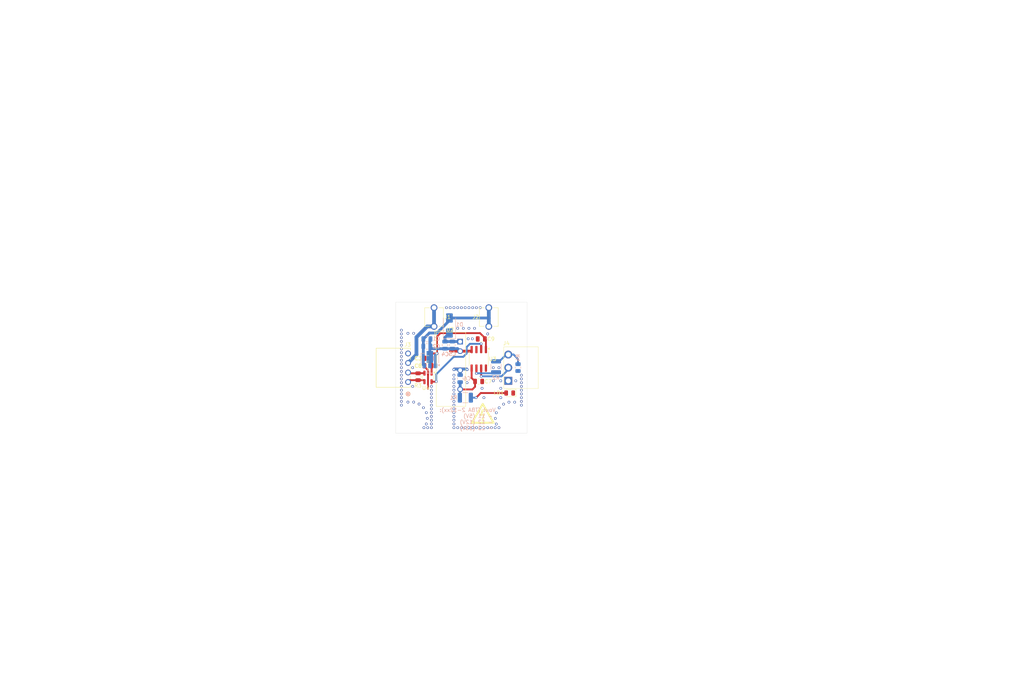
<source format=kicad_pcb>
(kicad_pcb (version 20240108) (generator "pcbnew") (generator_version "8.0")
  (title_block (title "Universal isolated gate driver") (date "2025-01-26") (rev "3") (comment 2 "PCB") (comment 3 "In work") (comment 4 "EN"))
  (layers (0 "F.Cu" signal) (31 "B.Cu" power) (34 "B.Paste" user) (35 "F.Paste" user) (36 "B.SilkS" user "B.Silkscreen") (37 "F.SilkS" user "F.Silkscreen") (38 "B.Mask" user) (39 "F.Mask" user) (44 "Edge.Cuts" user))
  (net 0 "")
  (net 1 "+12V")
  (net 2 "GND")
  (net 3 "/15V_ISO")
  (net 4 "GNDD")
  (net 5 "+3V3")
  (net 6 "/Clamp")
  (net 7 "/Out")
  (net 8 "/OutLim")
  (net 9 "/en_led_k")
  (net 10 "/Sig+")
  (net 11 "/Sig-")
  (net 12 "/GD_in")
  (net 13 "/pwr_in")
  (net 14 "/DCDC_12V")
  (footprint "LED_SMD:LED_0805_2012Metric" (layer "F.Cu") (at 147.87 116.76 180)
    (property "Reference" "LD1" (at 2.91 0.01 0) (layer "F.SilkS"))
    (property "Value" "LED" (hide yes))
    (fp_line (start 1 -0.96) (end -1.685 -0.96) (stroke (width 0.12)) (layer "F.SilkS"))
    (fp_line (start -1.685 0.96) (end 1 0.96) (stroke (width 0.12)) (layer "F.SilkS"))
    (fp_line (start -1.685 -0.96) (end -1.685 0.96) (stroke (width 0.12)) (layer "F.SilkS"))
    (pad "1" smd roundrect (at -0.9375 0 180) (size 0.975 1.4) (layers "F.Cu" "F.Paste" "F.Mask") (net 2 "GND"))
    (pad "2" smd roundrect (at 0.9375 0 180) (size 0.975 1.4) (layers "F.Cu" "F.Paste" "F.Mask") (net 9 "/en_led_k"))
  )
  (footprint "MountingHole:MountingHole_3.2mm_M3" (layer "F.Cu") (at 148.5 123.5)
    (property "Reference" "H3" (hide yes))
    (property "Value" "M3" (hide yes))
    (pad "" np_thru_hole circle (at 0 0) (size 3.2 3.2) (drill 3.2) (layers "*.Cu" "*.Mask"))
  )
  (footprint "Package_TO_SOT_SMD:SOT-23-5" (layer "F.Cu") (at 126.09 112.605 -90)
    (property "Reference" "U4" (at 2.795 0.59 0) (layer "F.SilkS"))
    (property "Value" "DS90LT012A" (hide yes))
    (fp_line (start 0 1.56) (end -0.8 1.56) (stroke (width 0.12)) (layer "F.SilkS"))
    (fp_line (start 0 1.56) (end 0.8 1.56) (stroke (width 0.12)) (layer "F.SilkS"))
    (fp_line (start 0 -1.56) (end -0.8 -1.56) (stroke (width 0.12)) (layer "F.SilkS"))
    (fp_line (start 0 -1.56) (end 0.8 -1.56) (stroke (width 0.12)) (layer "F.SilkS"))
    (fp_poly (pts (xy -1.3 -1.51) (xy -1.54 -1.84) (xy -1.06 -1.84) (xy -1.3 -1.51)) (stroke (width 0.12)) (fill solid) (layer "F.SilkS"))
    (pad "1" smd roundrect (at -1.1375 -0.95 270) (size 1.325 0.6) (layers "F.Cu" "F.Paste" "F.Mask") (net 5 "+3V3"))
    (pad "2" smd roundrect (at -1.1375 0 270) (size 1.325 0.6) (layers "F.Cu" "F.Paste" "F.Mask") (net 4 "GNDD"))
    (pad "3" smd roundrect (at -1.1375 0.95 270) (size 1.325 0.6) (layers "F.Cu" "F.Paste" "F.Mask") (net 10 "/Sig+"))
    (pad "4" smd roundrect (at 1.1375 0.95 270) (size 1.325 0.6) (layers "F.Cu" "F.Paste" "F.Mask") (net 11 "/Sig-"))
    (pad "5" smd roundrect (at 1.1375 -0.95 270) (size 1.325 0.6) (layers "F.Cu" "F.Paste" "F.Mask") (net 12 "/GD_in"))
  )
  (footprint "Capacitor_SMD:C_0805_2012Metric" (layer "F.Cu") (at 139.59 113.67 180)
    (property "Reference" "C7" (at -2.55 0.01 180) (layer "F.SilkS"))
    (property "Value" "100n" (hide yes))
    (fp_line (start -0.261252 0.735) (end 0.261252 0.735) (stroke (width 0.12)) (layer "F.SilkS"))
    (fp_line (start -0.261252 -0.735) (end 0.261252 -0.735) (stroke (width 0.12)) (layer "F.SilkS"))
    (pad "1" smd roundrect (at -0.95 0 180) (size 1 1.45) (layers "F.Cu" "F.Paste" "F.Mask") (net 2 "GND"))
    (pad "2" smd roundrect (at 0.95 0 180) (size 1 1.45) (layers "F.Cu" "F.Paste" "F.Mask") (net 3 "/15V_ISO"))
  )
  (footprint "Package_SO:SOIC-8_3.9x4.9mm_P1.27mm" (layer "F.Cu") (at 139.63 107.64 -90)
    (property "Reference" "U3" (at 0.04 -3.68 180) (layer "F.SilkS"))
    (property "Value" "STGAP2SCMTR" (hide yes))
    (fp_line (start 0 2.56) (end -1.95 2.56) (stroke (width 0.12)) (layer "F.SilkS"))
    (fp_line (start 0 2.56) (end 1.95 2.56) (stroke (width 0.12)) (layer "F.SilkS"))
    (fp_line (start 0 -2.56) (end -1.95 -2.56) (stroke (width 0.12)) (layer "F.SilkS"))
    (fp_line (start 0 -2.56) (end 1.95 -2.56) (stroke (width 0.12)) (layer "F.SilkS"))
    (fp_poly (pts (xy -2.7 -2.465) (xy -2.94 -2.795) (xy -2.46 -2.795) (xy -2.7 -2.465)) (stroke (width 0.12)) (fill solid) (layer "F.SilkS"))
    (pad "1" smd roundrect (at -2.475 -1.905 270) (size 1.95 0.6) (layers "F.Cu" "F.Paste" "F.Mask") (net 5 "+3V3"))
    (pad "2" smd roundrect (at -2.475 -0.635 270) (size 1.95 0.6) (layers "F.Cu" "F.Paste" "F.Mask") (net 12 "/GD_in"))
    (pad "3" smd roundrect (at -2.475 0.635 270) (size 1.95 0.6) (layers "F.Cu" "F.Paste" "F.Mask") (net 4 "GNDD"))
    (pad "4" smd roundrect (at -2.475 1.905 270) (size 1.95 0.6) (layers "F.Cu" "F.Paste" "F.Mask") (net 4 "GNDD"))
    (pad "5" smd roundrect (at 2.475 1.905 270) (size 1.95 0.6) (layers "F.Cu" "F.Paste" "F.Mask") (net 3 "/15V_ISO"))
    (pad "6" smd roundrect (at 2.475 0.635 270) (size 1.95 0.6) (layers "F.Cu" "F.Paste" "F.Mask") (net 7 "/Out"))
    (pad "7" smd roundrect (at 2.475 -0.635 270) (size 1.95 0.6) (layers "F.Cu" "F.Paste" "F.Mask") (net 6 "/Clamp"))
    (pad "8" smd roundrect (at 2.475 -1.905 270) (size 1.95 0.6) (layers "F.Cu" "F.Paste" "F.Mask") (net 2 "GND"))
  )
  (footprint "MountingHole:MountingHole_3.2mm_M3" (layer "F.Cu") (at 148.5 96.5)
    (property "Reference" "H2" (hide yes))
    (property "Value" "M3" (hide yes))
    (pad "" np_thru_hole circle (at 0 0) (size 3.2 3.2) (drill 3.2) (layers "*.Cu" "*.Mask"))
  )
  (footprint "MountingHole:MountingHole_3.2mm_M3" (layer "F.Cu") (at 121.5 96.5)
    (property "Reference" "H1" (hide yes))
    (property "Value" "M3" (hide yes))
    (pad "" np_thru_hole circle (at 0 0) (size 3.2 3.2) (drill 3.2) (layers "*.Cu" "*.Mask"))
  )
  (footprint "Capacitor_SMD:C_0805_2012Metric" (layer "F.Cu") (at 140.3 102.34 180)
    (property "Reference" "C9" (at -2.57 -0.01 180) (layer "F.SilkS"))
    (property "Value" "100n" (hide yes))
    (fp_line (start -0.261252 0.735) (end 0.261252 0.735) (stroke (width 0.12)) (layer "F.SilkS"))
    (fp_line (start -0.261252 -0.735) (end 0.261252 -0.735) (stroke (width 0.12)) (layer "F.SilkS"))
    (pad "1" smd roundrect (at -0.95 0 180) (size 1 1.45) (layers "F.Cu" "F.Paste" "F.Mask") (net 5 "+3V3"))
    (pad "2" smd roundrect (at 0.95 0 180) (size 1 1.45) (layers "F.Cu" "F.Paste" "F.Mask") (net 4 "GNDD"))
  )
  (footprint "ProjectLib:FUSE_3621" (layer "F.Cu") (at 127.7 96.5 90)
    (property "Reference" "J1" (at 0 3.6 180) (layer "F.SilkS"))
    (property "Value" "Fuse holder 5mm" (hide yes))
    (fp_line (start 2.475 -2.5) (end 2.475 -1.22) (stroke (width 0.127)) (layer "F.SilkS"))
    (fp_line (start -2.475 -2.5) (end 2.475 -2.5) (stroke (width 0.127)) (layer "F.SilkS"))
    (fp_line (start -2.475 -2.5) (end -2.475 -1.22) (stroke (width 0.127)) (layer "F.SilkS"))
    (fp_line (start 2.475 1.22) (end 2.475 2.5) (stroke (width 0.127)) (layer "F.SilkS"))
    (fp_line (start -2.475 1.22) (end -2.475 2.5) (stroke (width 0.127)) (layer "F.SilkS"))
    (fp_line (start -2.475 2.5) (end 2.475 2.5) (stroke (width 0.127)) (layer "F.SilkS"))
    (pad "1" thru_hole circle (at -2.5 0 90) (size 1.785 1.785) (drill 1.19) (layers "*.Cu" "*.Mask") (net 13 "/pwr_in"))
    (pad "2" thru_hole circle (at 2.5 0 90) (size 1.785 1.785) (drill 1.19) (layers "*.Cu" "*.Mask") (net 13 "/pwr_in"))
  )
  (footprint "Converter_DCDC:Converter_DCDC_TRACO_TBA2-xxxx_Single_THT" (layer "F.Cu") (at 134.6597 103.0625)
    (property "Reference" "U2" (at -2.6597 -3.2499 180) (layer "F.SilkS"))
    (property "Value" "TBA2-1213" (hide yes))
    (fp_line (start -6.75 -2.9) (end -4.216667 -2.9) (stroke (width 0.12)) (layer "F.SilkS"))
    (fp_line (start -6.75 -0.366667) (end -6.75 -2.9) (stroke (width 0.12)) (layer "F.SilkS"))
    (fp_line (start -6.37 -2.52) (end -6.37 17.27) (stroke (width 0.12)) (layer "F.SilkS"))
    (fp_line (start -6.37 -2.52) (end 1.47 -2.52) (stroke (width 0.12)) (layer "F.SilkS"))
    (fp_line (start -6.37 17.27) (end 1.47 17.27) (stroke (width 0.12)) (layer "F.SilkS"))
    (fp_line (start 1.47 -2.52) (end 1.47 17.27) (stroke (width 0.12)) (layer "F.SilkS"))
    (pad "1" thru_hole rect (at 0 0) (size 1.5 1.5) (drill 1) (layers "*.Cu" "*.Mask") (net 14 "/DCDC_12V"))
    (pad "2" thru_hole circle (at 0 2.54) (size 1.5 1.5) (drill 1) (layers "*.Cu" "*.Mask") (net 4 "GNDD"))
    (pad "4" thru_hole circle (at 0 7.62) (size 1.5 1.5) (drill 1) (layers "*.Cu" "*.Mask") (net 2 "GND"))
    (pad "6" thru_hole circle (at 0 12.7) (size 1.5 1.5) (drill 1) (layers "*.Cu" "*.Mask") (net 3 "/15V_ISO"))
  )
  (footprint "ProjectLib:FUSE_3621" (layer "F.Cu") (at 142.3 96.5 90)
    (property "Reference" "J2" (at 0 -3.5 180) (layer "F.SilkS"))
    (property "Value" "Fuse holder 5mm" (hide yes))
    (fp_line (start 2.475 -2.5) (end 2.475 -1.22) (stroke (width 0.127)) (layer "F.SilkS"))
    (fp_line (start -2.475 -2.5) (end 2.475 -2.5) (stroke (width 0.127)) (layer "F.SilkS"))
    (fp_line (start -2.475 -2.5) (end -2.475 -1.22) (stroke (width 0.127)) (layer "F.SilkS"))
    (fp_line (start 2.475 1.22) (end 2.475 2.5) (stroke (width 0.127)) (layer "F.SilkS"))
    (fp_line (start -2.475 1.22) (end -2.475 2.5) (stroke (width 0.127)) (layer "F.SilkS"))
    (fp_line (start -2.475 2.5) (end 2.475 2.5) (stroke (width 0.127)) (layer "F.SilkS"))
    (pad "1" thru_hole circle (at -2.5 0 90) (size 1.785 1.785) (drill 1.19) (layers "*.Cu" "*.Mask") (net 1 "+12V"))
    (pad "2" thru_hole circle (at 2.5 0 90) (size 1.785 1.785) (drill 1.19) (layers "*.Cu" "*.Mask") (net 1 "+12V"))
  )
  (footprint "Resistor_SMD:R_0805_2012Metric" (layer "F.Cu") (at 123.44 112.4175 -90)
    (property "Reference" "R3" (at 2.3525 0.025 180) (layer "F.SilkS"))
    (property "Value" "100R" (hide yes))
    (fp_line (start -0.227064 0.735) (end 0.227064 0.735) (stroke (width 0.12)) (layer "F.SilkS"))
    (fp_line (start -0.227064 -0.735) (end 0.227064 -0.735) (stroke (width 0.12)) (layer "F.SilkS"))
    (pad "1" smd roundrect (at -0.9125 0 270) (size 1.025 1.4) (layers "F.Cu" "F.Paste" "F.Mask") (roundrect_rratio 0.243902) (net 10 "/Sig+"))
    (pad "2" smd roundrect (at 0.9125 0 270) (size 1.025 1.4) (layers "F.Cu" "F.Paste" "F.Mask") (roundrect_rratio 0.243902) (net 11 "/Sig-"))
  )
  (footprint "Capacitor_SMD:C_0805_2012Metric" (layer "F.Cu") (at 126.090988 107.515907 180)
    (property "Reference" "C3" (at 2.625988 0 180) (layer "F.SilkS") (effects (font (thickness 0.2) (bold yes))))
    (property "Value" "100n" (hide yes))
    (fp_line (start -0.261252 0.735) (end 0.261252 0.735) (stroke (width 0.12)) (layer "F.SilkS"))
    (fp_line (start -0.261252 -0.735) (end 0.261252 -0.735) (stroke (width 0.12)) (layer "F.SilkS"))
    (pad "1" smd roundrect (at -0.95 0 180) (size 1 1.45) (layers "F.Cu" "F.Paste" "F.Mask") (net 5 "+3V3"))
    (pad "2" smd roundrect (at 0.95 0 180) (size 1 1.45) (layers "F.Cu" "F.Paste" "F.Mask") (net 4 "GNDD"))
  )
  (footprint "ProjectLib:640457-4_TYC" (layer "F.Cu") (at 120.775 113.83 90)
    (property "Reference" "J3" (at 9.98 -0.1 0) (layer "F.SilkS"))
    (property "Value" "GD input" (hide yes))
    (fp_circle (center -3.175 0) (end -2.794 0) (stroke (width 0.508)) (fill none) (layer "B.SilkS"))
    (fp_line (start 9.017 -8.509) (end -1.397 -8.509) (stroke (width 0.1524)) (layer "F.SilkS"))
    (fp_line (start -1.397 -8.509) (end -1.397 0.635) (stroke (width 0.1524)) (layer "F.SilkS"))
    (fp_line (start 9.017 0.635) (end 9.017 -8.509) (stroke (width 0.1524)) (layer "F.SilkS"))
    (fp_line (start 8.511757 0.635) (end 9.017 0.635) (stroke (width 0.1524)) (layer "F.SilkS"))
    (fp_line (start 5.971757 0.635) (end 6.728243 0.635) (stroke (width 0.1524)) (layer "F.SilkS"))
    (fp_line (start 3.431757 0.635) (end 4.188243 0.635) (stroke (width 0.1524)) (layer "F.SilkS"))
    (fp_line (start 0.891757 0.635) (end 1.648243 0.635) (stroke (width 0.1524)) (layer "F.SilkS"))
    (fp_line (start -1.397 0.635) (end -0.891757 0.635) (stroke (width 0.1524)) (layer "F.SilkS"))
    (fp_circle (center -3.175 0) (end -2.794 0) (stroke (width 0.508)) (fill none) (layer "F.SilkS"))
    (pad "1" thru_hole circle (at 0 0 90) (size 1.524 1.524) (drill 1.016) (layers "*.Cu" "*.Mask") (net 11 "/Sig-"))
    (pad "2" thru_hole circle (at 2.54 0 90) (size 1.524 1.524) (drill 1.016) (layers "*.Cu" "*.Mask") (net 10 "/Sig+"))
    (pad "3" thru_hole circle (at 5.08 0 90) (size 1.524 1.524) (drill 1.016) (layers "*.Cu" "*.Mask") (net 13 "/pwr_in"))
    (pad "4" thru_hole circle (at 7.62 0 90) (size 1.524 1.524) (drill 1.016) (layers "*.Cu" "*.Mask") (net 4 "GNDD"))
  )
  (footprint "ProjectLib:TE 2350514-3" (layer "F.Cu") (at 147.7 110 180)
    (property "Reference" "J4" (at 0.7 6.5 0) (layer "F.SilkS"))
    (property "Value" "GateDriverOut" (hide yes))
    (fp_rect (start -7.8 -5.55) (end 1.4 5.55) (stroke (width 0.1)) (fill none) (layer "F.SilkS"))
    (pad "1" thru_hole rect (at 0.2 -3.5 180) (size 2.1 2.1) (drill 1.3) (layers "*.Cu" "*.Mask") (net 2 "GND"))
    (pad "2" thru_hole circle (at 0.2 0 180) (size 2.1 2.1) (drill 1.3) (layers "*.Cu" "*.Mask") (net 6 "/Clamp"))
    (pad "3" thru_hole circle (at 0.2 3.5 180) (size 2.1 2.1) (drill 1.3) (layers "*.Cu" "*.Mask") (net 8 "/OutLim"))
  )
  (footprint "MountingHole:MountingHole_3.2mm_M3" (layer "F.Cu") (at 121.5 123.5)
    (property "Reference" "H4" (hide yes))
    (property "Value" "M3" (hide yes))
    (pad "" np_thru_hole circle (at 0 0) (size 3.2 3.2) (drill 3.2) (layers "*.Cu" "*.Mask"))
  )
  (footprint "Capacitor_SMD:C_0805_2012Metric" (layer "F.Cu") (at 126.09 109.48 180)
    (property "Reference" "C8" (at 2.625 -0.04 180) (layer "F.SilkS") (effects (font (thickness 0.2) (bold yes))))
    (property "Value" "100n" (hide yes))
    (fp_line (start -0.261252 0.735) (end 0.261252 0.735) (stroke (width 0.12)) (layer "F.SilkS"))
    (fp_line (start -0.261252 -0.735) (end 0.261252 -0.735) (stroke (width 0.12)) (layer "F.SilkS"))
    (pad "1" smd roundrect (at -0.95 0 180) (size 1 1.45) (layers "F.Cu" "F.Paste" "F.Mask") (net 5 "+3V3"))
    (pad "2" smd roundrect (at 0.95 0 180) (size 1 1.45) (layers "F.Cu" "F.Paste" "F.Mask") (net 4 "GNDD"))
  )
  (footprint "Resistor_SMD:R_1210_3225Metric" (layer "B.Cu") (at 144.23 109.77 90)
    (property "Reference" "R2" (at -2.93 -0.03 180) (layer "B.SilkS") (effects (justify mirror)))
    (property "Value" "5R1" (hide yes))
    (fp_line (start 0.723737 -1.355) (end -0.723737 -1.355) (stroke (width 0.12)) (layer "B.SilkS"))
    (fp_line (start 0.723737 1.355) (end -0.723737 1.355) (stroke (width 0.12)) (layer "B.SilkS"))
    (pad "1" smd roundrect (at -1.4625 0 90) (size 1.125 2.65) (layers "B.Cu" "B.Paste" "B.Mask") (roundrect_rratio 0.222222) (net 7 "/Out"))
    (pad "2" smd roundrect (at 1.4625 0 90) (size 1.125 2.65) (layers "B.Cu" "B.Paste" "B.Mask") (roundrect_rratio 0.222222) (net 8 "/OutLim"))
  )
  (footprint "Capacitor_SMD:C_0805_2012Metric" (layer "B.Cu") (at 130.6278 103.9886 -90)
    (property "Reference" "C4" (at 2.41 -0.03 180) (layer "B.SilkS") (effects (font (thickness 0.2) (bold yes)) (justify mirror)))
    (property "Value" "22u 25V" (hide yes))
    (fp_line (start 0.261252 0.735) (end -0.261252 0.735) (stroke (width 0.12)) (layer "B.SilkS"))
    (fp_line (start 0.261252 -0.735) (end -0.261252 -0.735) (stroke (width 0.12)) (layer "B.SilkS"))
    (pad "1" smd roundrect (at -0.95 0 270) (size 1 1.45) (layers "B.Cu" "B.Paste" "B.Mask") (net 14 "/DCDC_12V"))
    (pad "2" smd roundrect (at 0.95 0 270) (size 1 1.45) (layers "B.Cu" "B.Paste" "B.Mask") (net 4 "GNDD"))
  )
  (footprint "Resistor_SMD:R_0805_2012Metric" (layer "B.Cu") (at 150.09 109.97 -90)
    (property "Reference" "R4" (at -2.63 0 90) (layer "B.SilkS") (effects (justify mirror)))
    (property "Value" "10k" (hide yes))
    (fp_line (start 0.227064 0.735) (end -0.227064 0.735) (stroke (width 0.12)) (layer "B.SilkS"))
    (fp_line (start 0.227064 -0.735) (end -0.227064 -0.735) (stroke (width 0.12)) (layer "B.SilkS"))
    (pad "1" smd roundrect (at -0.9125 0 270) (size 1.025 1.4) (layers "B.Cu" "B.Paste" "B.Mask") (roundrect_rratio 0.243902) (net 8 "/OutLim"))
    (pad "2" smd roundrect (at 0.9125 0 270) (size 1.025 1.4) (layers "B.Cu" "B.Paste" "B.Mask") (roundrect_rratio 0.243902) (net 2 "GND"))
  )
  (footprint "Capacitor_SMD:C_0805_2012Metric" (layer "B.Cu") (at 134.66 112.9 90)
    (property "Reference" "C6" (at 0 1.84 180) (layer "B.SilkS") (effects (justify mirror)))
    (property "Value" "22u 25V" (hide yes))
    (fp_line (start 0.261252 -0.735) (end -0.261252 -0.735) (stroke (width 0.12)) (layer "B.SilkS"))
    (fp_line (start 0.261252 0.735) (end -0.261252 0.735) (stroke (width 0.12)) (layer "B.SilkS"))
    (pad "1" smd roundrect (at -0.95 0 90) (size 1 1.45) (layers "B.Cu" "B.Paste" "B.Mask") (net 3 "/15V_ISO"))
    (pad "2" smd roundrect (at 0.95 0 90) (size 1 1.45) (layers "B.Cu" "B.Paste" "B.Mask") (net 2 "GND"))
  )
  (footprint "Diode_SMD:D_SMA" (layer "B.Cu") (at 131.8 98.75 90)
    (property "Reference" "D1" (at 0.25 2.7 180) (layer "B.SilkS") (effects (justify mirror)))
    (property "Value" "600V 1A" (hide yes))
    (fp_line (start 2 -1.65) (end -3.51 -1.65) (stroke (width 0.12)) (layer "B.SilkS"))
    (fp_line (start -3.51 -1.65) (end -3.51 1.65) (stroke (width 0.12)) (layer "B.SilkS"))
    (fp_line (start 2 1.65) (end -3.51 1.65) (stroke (width 0.12)) (layer "B.SilkS"))
    (pad "1" smd roundrect (at -2 0 90) (size 2.5 1.8) (layers "B.Cu" "B.Paste" "B.Mask") (roundrect_rratio 0.1388888889) (net 14 "/DCDC_12V"))
    (pad "2" smd roundrect (at 2 0 90) (size 2.5 1.8) (layers "B.Cu" "B.Paste" "B.Mask") (roundrect_rratio 0.1388888889) (net 1 "+12V"))
  )
  (footprint "Capacitor_SMD:C_0805_2012Metric" (layer "B.Cu") (at 125.79 104.32)
    (property "Reference" "C2" (at 2.55 0.01 0) (layer "B.SilkS") (effects (justify mirror)))
    (property "Value" "100n" (hide yes))
    (fp_line (start 0.261252 -0.735) (end -0.261252 -0.735) (stroke (width 0.12)) (layer "B.SilkS"))
    (fp_line (start 0.261252 0.735) (end -0.261252 0.735) (stroke (width 0.12)) (layer "B.SilkS"))
    (pad "1" smd roundrect (at -0.95 0) (size 1 1.45) (layers "B.Cu" "B.Paste" "B.Mask") (net 1 "+12V"))
    (pad "2" smd roundrect (at 0.95 0) (size 1 1.45) (layers "B.Cu" "B.Paste" "B.Mask") (net 4 "GNDD"))
  )
  (footprint "Capacitor_SMD:C_0805_2012Metric" (layer "B.Cu") (at 132.58 103.98 90)
    (property "Reference" "C5" (at -2.3622 0 180) (layer "B.SilkS") (effects (font (thickness 0.2) (bold yes)) (justify mirror)))
    (property "Value" "100n" (hide yes))
    (fp_line (start 0.261252 -0.735) (end -0.261252 -0.735) (stroke (width 0.12)) (layer "B.SilkS"))
    (fp_line (start 0.261252 0.735) (end -0.261252 0.735) (stroke (width 0.12)) (layer "B.SilkS"))
    (pad "1" smd roundrect (at -0.95 0 90) (size 1 1.45) (layers "B.Cu" "B.Paste" "B.Mask") (net 4 "GNDD"))
    (pad "2" smd roundrect (at 0.95 0 90) (size 1 1.45) (layers "B.Cu" "B.Paste" "B.Mask") (net 14 "/DCDC_12V"))
  )
  (footprint "Capacitor_SMD:C_0805_2012Metric" (layer "B.Cu") (at 125.8 102.36)
    (property "Reference" "C1" (at 2.55 -0.1 0) (layer "B.SilkS") (effects (justify mirror)))
    (property "Value" "22u 25V" (hide yes))
    (fp_line (start 0.261252 -0.735) (end -0.261252 -0.735) (stroke (width 0.12)) (layer "B.SilkS"))
    (fp_line (start 0.261252 0.735) (end -0.261252 0.735) (stroke (width 0.12)) (layer "B.SilkS"))
    (pad "1" smd roundrect (at -0.95 0) (size 1 1.45) (layers "B.Cu" "B.Paste" "B.Mask") (net 1 "+12V"))
    (pad "2" smd roundrect (at 0.95 0) (size 1 1.45) (layers "B.Cu" "B.Paste" "B.Mask") (net 4 "GNDD"))
  )
  (footprint "Resistor_SMD:R_1210_3225Metric" (layer "B.Cu") (at 136.05 118 180)
    (property "Reference" "R1" (at 3.15 0 0) (layer "B.SilkS") (effects (justify mirror)))
    (property "Value" "1k")
    (fp_line (start 0.723737 1.355) (end -0.723737 1.355) (stroke (width 0.12)) (layer "B.SilkS"))
    (fp_line (start 0.723737 -1.355) (end -0.723737 -1.355) (stroke (width 0.12)) (layer "B.SilkS"))
    (pad "1" smd roundrect (at -1.4625 0 180) (size 1.125 2.65) (layers "B.Cu" "B.Paste" "B.Mask") (roundrect_rratio 0.222222) (net 9 "/en_led_k"))
    (pad "2" smd roundrect (at 1.4625 0 180) (size 1.125 2.65) (layers "B.Cu" "B.Paste" "B.Mask") (roundrect_rratio 0.222222) (net 3 "/15V_ISO"))
  )
  (footprint "Package_TO_SOT_SMD:SOT-89-3" (layer "B.Cu") (at 126.5925 107.55 90)
    (property "Reference" "U1" (at -3.48 -0.0325 0) (layer "B.SilkS") (effects (justify mirror)))
    (property "Value" "L78L33_SOT89" (hide yes))
    (fp_line (start 1.36 -2.36) (end 1.36 -1.38) (stroke (width 0.12)) (layer "B.SilkS"))
    (fp_line (start -1.36 -2.36) (end 1.36 -2.36) (stroke (width 0.12)) (layer "B.SilkS"))
    (fp_line (start 1.36 2.36) (end 1.36 1.38) (stroke (width 0.12)) (layer "B.SilkS"))
    (fp_line (start 1.36 2.36) (end -1.22 2.36) (stroke (width 0.12)) (layer "B.SilkS"))
    (fp_poly (pts (xy -1.77 2.21) (xy -2.01 2.54) (xy -1.53 2.54) (xy -1.77 2.21)) (stroke (width 0.12)) (fill solid) (layer "B.SilkS"))
    (pad "1" smd roundrect (at -1.95 1.5 90) (size 1.3 0.9) (layers "B.Cu" "B.Paste" "B.Mask") (net 5 "+3V3"))
    (pad "2" smd custom (at -1.8625 0 90) (size 1.475 0.9) (layers "B.Cu" "B.Paste" "B.Mask") (net 4 "GNDD") (options (clearance outline) (anchor rect)) (primitives (gr_poly (pts (xy 3.8625 -0.8665) (xy 0.7375 -0.8665) (xy 0.7375 0.8665) (xy 3.8625 0.8665)) (width 0) (fill yes))))
    (pad "3" smd roundrect (at -1.95 -1.5 90) (size 1.3 0.9) (layers "B.Cu" "B.Paste" "B.Mask") (net 1 "+12V"))
  )
  (gr_poly (pts (xy 140.5 122.5) (xy 141.262 122.119) (xy 140.8175 123.706473) (xy 141.073029 123.591671) (xy 140.5635 124.3415) (xy 140.373 123.4525) (xy 140.5635 123.643) (xy 140.754 122.627) (xy 139.9285 123.008) (xy 140.4365 121.1665) (xy 141.008 121.1665)) (stroke (width -0.000001)) (fill solid) (layer "F.SilkS"))
  (gr_poly (pts (xy 140.721031 119.426705) (xy 140.73636 119.428128) (xy 140.751584 119.43056) (xy 140.766658 119.434029) (xy 140.781537 119.438564) (xy 140.788889 119.44124) (xy 140.796175 119.444194) (xy 140.803389 119.447429) (xy 140.810526 119.450948) (xy 140.81758 119.454755) (xy 140.824546 119.458854) (xy 140.831417 119.463249) (xy 140.838188 119.467942) (xy 140.844853 119.472938) (xy 140.851407 119.47824) (xy 140.857844 119.483852) (xy 140.864159 119.489777) (xy 140.870345 119.496019) (xy 140.876397 119.502582) (xy 140.882309 119.509468) (xy 140.888076 119.516683) (xy 140.893691 119.524229) (xy 140.89915 119.532109) (xy 140.904447 119.540329) (xy 140.909575 119.54889) (xy 143.802529 124.559516) (xy 143.802561 124.559532) (xy 143.802577 124.55954) (xy 143.802593 124.559548) (xy 143.810971 124.575305) (xy 143.818096 124.5913) (xy 143.823997 124.607484) (xy 143.828699 124.62381) (xy 143.832229 124.640229) (xy 143.834615 124.656692) (xy 143.835883 124.673151) (xy 143.836061 124.689558) (xy 143.835175 124.705864) (xy 143.833252 124.722021) (xy 143.830319 124.737981) (xy 143.826404 124.753694) (xy 143.821533 124.769113) (xy 143.815733 124.784189) (xy 143.80903 124.798874) (xy 143.801453 124.813119) (xy 143.793028 124.826877) (xy 143.783781 124.840098) (xy 143.77374 124.852733) (xy 143.762932 124.864736) (xy 143.751384 124.876057) (xy 143.739122 124.886648) (xy 143.726173 124.89646) (xy 143.712566 124.905445) (xy 143.698325 124.913556) (xy 143.683479 124.920742) (xy 143.668055 124.926956) (xy 143.652079 124.932149) (xy 143.635577 124.936274) (xy 143.618579 124.939281) (xy 143.601109 124.941122) (xy 143.583195 124.94175) (xy 137.797287 124.94175) (xy 137.779378 124.941126) (xy 137.761913 124.939288) (xy 137.744919 124.936283) (xy 137.728421 124.932161) (xy 137.712448 124.926969) (xy 137.697026 124.920757) (xy 137.682182 124.913571) (xy 137.667943 124.905462) (xy 137.654337 124.896477) (xy 137.641389 124.886665) (xy 137.629128 124.876074) (xy 137.61758 124.864753) (xy 137.606773 124.85275) (xy 137.596732 124.840113) (xy 137.587485 124.826891) (xy 137.57906 124.813133) (xy 137.571483 124.798886) (xy 137.564781 124.7842) (xy 137.558981 124.769123) (xy 137.55411 124.753702) (xy 137.550195 124.737988) (xy 137.547263 124.722027) (xy 137.545341 124.705869) (xy 137.544457 124.689562) (xy 137.544636 124.673154) (xy 137.545906 124.656693) (xy 137.548295 124.640229) (xy 137.551828 124.62381) (xy 137.556534 124.607484) (xy 137.562438 124.591299) (xy 137.569569 124.575304) (xy 137.577952 124.559548) (xy 137.650623 124.43368) (xy 138.237336 124.43368) (xy 143.143241 124.43368) (xy 140.690288 120.185107) (xy 138.237336 124.43368) (xy 137.650623 124.43368) (xy 140.470906 119.548869) (xy 140.481332 119.532092) (xy 140.492408 119.51667) (xy 140.50409 119.502573) (xy 140.516331 119.489773) (xy 140.529086 119.478241) (xy 140.542309 119.467948) (xy 140.555954 119.458864) (xy 140.569977 119.450961) (xy 140.584331 119.44421) (xy 140.59897 119.438582) (xy 140.613849 119.434047) (xy 140.628922 119.430578) (xy 140.644143 119.428144) (xy 140.659467 119.426718) (xy 140.674848 119.426269) (xy 140.690241 119.426769) (xy 140.705643 119.426262)) (stroke (width -0.000001)) (fill solid) (layer "F.SilkS"))
  (gr_rect (start 117.5 92.5) (end 152.5 127.5) (stroke (width 0.05)) (fill none) (layer "Edge.Cuts"))
  (gr_text "Vout (TBA 2-12xx):\n - 11 (5V)\n - 12 (12V)\n - 13 (15V)" (at 144.2 126.7 0) (layer "B.SilkS") (effects (font (size 1 1)) (justify left bottom mirror)))
  (segment (start 124.84 109.2475) (end 125.0925 109.5) (width 0.75) (layer "B.Cu") (net 1))
  (segment (start 142.3 96.8) (end 142.3 98.7) (width 1) (layer "B.Cu") (net 1))
  (segment (start 124.85 102.36) (end 124.85 104.31) (width 0.75) (layer "B.Cu") (net 1))
  (segment (start 131.8 96.75) (end 142.25 96.75) (width 0.75) (layer "B.Cu") (net 1))
  (segment (start 142.3 93.7) (end 142.3 96.8) (width 1) (layer "B.Cu") (net 1))
  (segment (start 124.84 104.32) (end 124.84 109.2475) (width 0.75) (layer "B.Cu") (net 1))
  (segment (start 124.85 104.31) (end 124.84 104.32) (width 0.75) (layer "B.Cu") (net 1))
  (segment (start 131.8 97.42) (end 128.47 100.75) (width 0.75) (layer "B.Cu") (net 1))
  (segment (start 131.8 97.37) (end 131.8 96.75) (width 0.75) (layer "B.Cu") (net 1))
  (segment (start 131.8 96.75) (end 131.8 97.42) (width 0.75) (layer "B.Cu") (net 1))
  (segment (start 126.46 100.75) (end 124.85 102.36) (width 0.75) (layer "B.Cu") (net 1))
  (segment (start 142.25 96.75) (end 142.3 96.8) (width 0.75) (layer "B.Cu") (net 1))
  (segment (start 128.47 100.75) (end 126.46 100.75) (width 0.75) (layer "B.Cu") (net 1))
  (segment (start 133.1301 110.3699) (end 133 110.5) (width 0.75) (layer "F.Cu") (net 2))
  (segment (start 136.3699 110.3699) (end 133.1301 110.3699) (width 0.75) (layer "F.Cu") (net 2))
  (segment (start 136.5 110.5) (end 136.3699 110.3699) (width 0.75) (layer "F.Cu") (net 2))
  (via (at 133 116) (size 0.7) (drill 0.4) (layers "F.Cu" "B.Cu") (net 2))
  (via (at 145 126) (size 0.7) (drill 0.4) (layers "F.Cu" "B.Cu") (net 2))
  (via (at 139 126) (size 0.7) (drill 0.4) (layers "F.Cu" "B.Cu") (net 2))
  (via (at 147.671896 119.2) (size 0.7) (drill 0.4) (layers "F.Cu" "B.Cu") (net 2))
  (via (at 136.5 110.5) (size 0.7) (drill 0.4) (layers "F.Cu" "B.Cu") (net 2))
  (via (at 145.065352 120.704889) (size 0.7) (drill 0.4) (layers "F.Cu" "B.Cu") (net 2))
  (via (at 133 121) (size 0.7) (drill 0.4) (layers "F.Cu" "B.Cu") (net 2))
  (via (at 140.5 115.5) (size 0.7) (drill 0.4) (layers "F.Cu" "B.Cu") (net 2))
  (via (at 149.5 113.5) (size 0.7) (drill 0.4) (layers "F.Cu" "B.Cu") (net 2))
  (via (at 141 118) (size 0.7) (drill 0.4) (layers "F.Cu" "B.Cu") (net 2))
  (via (at 133 125) (size 0.7) (drill 0.4) (layers "F.Cu" "B.Cu") (net 2))
  (via (at 146.235948 119.722642) (size 0.7) (drill 0.4) (layers "F.Cu" "B.Cu") (net 2))
  (via (at 141 126) (size 0.7) (drill 0.4) (layers "F.Cu" "B.Cu") (net 2))
  (via (at 133 120) (size 0.7) (drill 0.4) (layers "F.Cu" "B.Cu") (net 2))
  (via (at 151 117) (size 0.7) (drill 0.4) (layers "F.Cu" "B.Cu") (net 2))
  (via (at 151 120) (size 0.7) (drill 0.4) (layers "F.Cu" "B.Cu") (net 2))
  (via (at 133 115) (size 0.7) (drill 0.4) (layers "F.Cu" "B.Cu") (net 2))
  (via (at 133 123) (size 0.7) (drill 0.4) (layers "F.Cu" "B.Cu") (net 2))
  (via (at 136 126) (size 0.7) (drill 0.4) (layers "F.Cu" "B.Cu") (net 2))
  (via (at 144 126) (size 0.7) (drill 0.4) (layers "F.Cu" "B.Cu") (net 2))
  (via (at 151 114) (size 0.7) (drill 0.4) (layers "F.Cu" "B.Cu") (net 2))
  (via (at 133 124) (size 0.7) (drill 0.4) (layers "F.Cu" "B.Cu") (net 2))
  (via (at 151 116) (size 0.7) (drill 0.4) (layers "F.Cu" "B.Cu") (net 2))
  (via (at 143.5 113.5) (size 0.7) (drill 0.4) (layers "F.Cu" "B.Cu") (net 2))
  (via (at 133 117) (size 0.7) (drill 0.4) (layers "F.Cu" "B.Cu") (net 2))
  (via (at 145.5 113.5) (size 0.7) (drill 0.4) (layers "F.Cu" "B.Cu") (net 2))
  (via (at 137 126) (size 0.7) (drill 0.4) (layers "F.Cu" "B.Cu") (net 2))
  (via (at 143.5 110) (size 0.7) (drill 0.4) (layers "F.Cu" "B.Cu") (net 2))
  (via (at 144.035948 123.533154) (size 0.7) (drill 0.4) (layers "F.Cu" "B.Cu") (net 2))
  (via (at 151 119) (size 0.7) (drill 0.4) (layers "F.Cu" "B.Cu") (net 2))
  (via (at 133 118) (size 0.7) (drill 0.4) (layers "F.Cu" "B.Cu") (net 2))
  (via (at 140 126) (size 0.7) (drill 0.4) (layers "F.Cu" "B.Cu") (net 2))
  (via (at 133 112) (size 0.7) (drill 0.4) (layers "F.Cu" "B.Cu") (net 2))
  (via (at 144.3013 122.028265) (size 0.7) (drill 0.4) (layers "F.Cu" "B.Cu") (net 2))
  (via (at 143 126) (size 0.7) (drill 0.4) (layers "F.Cu" "B.Cu") (net 2))
  (via (at 138 126) (size 0.7) (drill 0.4) (layers "F.Cu" "B.Cu") (net 2))
  (via (at 151 115) (size 0.7) (drill 0.4) (layers "F.Cu" "B.Cu") (net 2))
  (via (at 133 110.5) (size 0.7) (drill 0.4) (layers "F.Cu" "B.Cu") (net 2))
  (via (at 133 122) (size 0.7) (drill 0.4) (layers "F.Cu" "B.Cu") (net 2))
  (via (at 151 112) (size 0.7) (drill 0.4) (layers "F.Cu" "B.Cu") (net 2))
  (via (at 133 114) (size 0.7) (drill 0.4) (layers "F.Cu" "B.Cu") (net 2))
  (via (at 144.3013 125.038043) (size 0.7) (drill 0.4) (layers "F.Cu" "B.Cu") (net 2))
  (via (at 145.5 115.5) (size 0.7) (drill 0.4) (layers "F.Cu" "B.Cu") (net 2))
  (via (at 151 113) (size 0.7) (drill 0.4) (layers "F.Cu" "B.Cu") (net 2))
  (via (at 133 113) (size 0.7) (drill 0.4) (layers "F.Cu" "B.Cu") (net 2))
  (via (at 145 110) (size 0.7) (drill 0.4) (layers "F.Cu" "B.Cu") (net 2))
  (via (at 135 126) (size 0.7) (drill 0.4) (layers "F.Cu" "B.Cu") (net 2))
  (via (at 133 119) (size 0.7) (drill 0.4) (layers "F.Cu" "B.Cu") (net 2))
  (via (at 151 118) (size 0.7) (drill 0.4) (layers "F.Cu" "B.Cu") (net 2))
  (via (at 142 126) (size 0.7) (drill 0.4) (layers "F.Cu" "B.Cu") (net 2))
  (via (at 134 126) (size 0.7) (drill 0.4) (layers "F.Cu" "B.Cu") (net 2))
  (via (at 149.2 119.2) (size 0.7) (drill 0.4) (layers "F.Cu" "B.Cu") (net 2))
  (via (at 145.5 118) (size 0.7) (drill 0.4) (layers "F.Cu" "B.Cu") (net 2))
  (via (at 133 126) (size 0.7) (drill 0.4) (layers "F.Cu" "B.Cu") (net 2))
  (via (at 136.5 114) (size 0.7) (drill 0.4) (layers "F.Cu" "B.Cu") (net 2))
  (segment (start 136.3699 110.3699) (end 134.6597 110.3699) (width 0.75) (layer "B.Cu") (net 2))
  (segment (start 134.66 110.3702) (end 134.6597 110.3699) (width 0.75) (layer "B.Cu") (net 2))
  (segment (start 133 110.5) (end 133.1301 110.3699) (width 0.75) (layer "B.Cu") (net 2))
  (segment (start 134.66 111.95) (end 134.66 110.3702) (width 0.75) (layer "B.Cu") (net 2))
  (segment (start 136.5 110.5) (end 136.3699 110.3699) (width 0.75) (layer "B.Cu") (net 2))
  (segment (start 134.6597 110.3699) (end 133.1301 110.3699) (width 0.75) (layer "B.Cu") (net 2))
  (segment (start 137.725 112.755) (end 138.64 113.67) (width 0.5) (layer "F.Cu") (net 3))
  (segment (start 137.725 110.115) (end 137.725 112.755) (width 0.5) (layer "F.Cu") (net 3))
  (segment (start 138.64 115.08) (end 137.92 115.8) (width 0.5) (layer "F.Cu") (net 3))
  (segment (start 134.6972 115.8) (end 134.6597 115.7625) (width 0.5) (layer "F.Cu") (net 3))
  (segment (start 138.64 113.67) (end 138.64 115.08) (width 0.5) (layer "F.Cu") (net 3))
  (segment (start 137.92 115.8) (end 134.6972 115.8) (width 0.5) (layer "F.Cu") (net 3))
  (segment (start 134.6597 117.9278) (end 134.5875 118) (width 0.5) (layer "B.Cu") (net 3))
  (segment (start 134.6597 115.7625) (end 134.6597 117.9278) (width 0.5) (layer "B.Cu") (net 3))
  (segment (start 134.66 115.7622) (end 134.6597 115.7625) (width 0.75) (layer "B.Cu") (net 3))
  (segment (start 134.66 113.85) (end 134.66 115.7622) (width 0.75) (layer "B.Cu") (net 3))
  (segment (start 125.14 107.516895) (end 125.140988 107.515907) (width 0.5) (layer "F.Cu") (net 4))
  (segment (start 126.09 115.2) (end 126.09 115.59) (width 0.5) (layer "F.Cu") (net 4))
  (segment (start 132.1025 105.6025) (end 132.1 105.6) (width 0.75) (layer "F.Cu") (net 4))
  (segment (start 134.6597 105.6025) (end 132.1025 105.6025) (width 0.75) (layer "F.Cu") (net 4))
  (segment (start 137.5975 105.6025) (end 137.6 105.6) (width 0.75) (layer "F.Cu") (net 4))
  (segment (start 134.6597 105.6025) (end 137.5975 105.6025) (width 0.75) (layer "F.Cu") (net 4))
  (segment (start 126.09 111.4675) (end 126.09 115.2) (width 0.5) (layer "F.Cu") (net 4))
  (segment (start 126.09 110.66) (end 125.14 109.71) (width 0.5) (layer "F.Cu") (net 4))
  (segment (start 126.09 111.4675) (end 126.09 110.66) (width 0.5) (layer "F.Cu") (net 4))
  (segment (start 125.14 109.71) (end 125.14 109.48) (width 0.5) (layer "F.Cu") (net 4))
  (via (at 137 99.5) (size 0.7) (drill 0.4) (layers "F.Cu" "B.Cu") (net 4))
  (via (at 119 101) (size 0.7) (drill 0.4) (layers "F.Cu" "B.Cu") (net 4))
  (via (at 127 125) (size 0.7) (drill 0.4) (layers "F.Cu" "B.Cu") (net 4))
  (via (at 119 109) (size 0.7) (drill 0.4) (layers "F.Cu" "B.Cu") (net 4))
  (via (at 119 103) (size 0.7) (drill 0.4) (layers "F.Cu" "B.Cu") (net 4))
  (via (at 124.870596 120.682247) (size 0.7) (drill 0.4) (layers "F.Cu" "B.Cu") (net 4))
  (via (at 119 113) (size 0.7) (drill 0.4) (layers "F.Cu" "B.Cu") (net 4))
  (via (at 127 120) (size 0.7) (drill 0.4) (layers "F.Cu" "B.Cu") (net 4))
  (via (at 136.8 102.3) (size 0.7) (drill 0.4) (layers "F.Cu" "B.Cu") (net 4))
  (via (at 127 117) (size 0.7) (drill 0.4) (layers "F.Cu" "B.Cu") (net 4))
  (via (at 119 100) (size 0.7) (drill 0.4) (layers "F.Cu" "B.Cu") (net 4))
  (via (at 139 94) (size 0.7) (drill 0.4) (layers "F.Cu" "B.Cu") (net 4))
  (via (at 119 115) (size 0.7) (drill 0.4) (layers "F.Cu" "B.Cu") (net 4))
  (via (at 132 94) (size 0.7) (drill 0.4) (layers "F.Cu" "B.Cu") (net 4))
  (via (at 120.735948 119.177358) (size 0.7) (drill 0.4) (layers "F.Cu" "B.Cu") (net 4))
  (via (at 120.735948 100.833154) (size 0.7) (drill 0.4) (layers "F.Cu" "B.Cu") (net 4))
  (via (at 127 118) (size 0.7) (drill 0.4) (layers "F.Cu" "B.Cu") (net 4))
  (via (at 125.9 123.510512) (size 0.7) (drill 0.4) (layers "F.Cu" "B.Cu") (net 4))
  (via (at 119 111) (size 0.7) (drill 0.4) (layers "F.Cu" "B.Cu") (net 4))
  (via (at 134 94) (size 0.7) (drill 0.4) (layers "F.Cu" "B.Cu") (net 4))
  (via (at 119 118) (size 0.7) (drill 0.4) (layers "F.Cu" "B.Cu") (net 4))
  (via (at 119 102) (size 0.7) (drill 0.4) (layers "F.Cu" "B.Cu") (net 4))
  (via (at 125.634648 125.015401) (size 0.7) (drill 0.4) (layers "F.Cu" "B.Cu") (net 4))
  (via (at 125 126) (size 0.7) (drill 0.4) (layers "F.Cu" "B.Cu") (net 4))
  (via (at 119 105) (size 0.7) (drill 0.4) (layers "F.Cu" "B.Cu") (net 4))
  (via (at 136 94) (size 0.7) (drill 0.4) (layers "F.Cu" "B.Cu") (net 4))
  (via (at 119 107) (size 0.7) (drill 0.4) (layers "F.Cu" "B.Cu") (net 4))
  (via (at 127 119) (size 0.7) (drill 0.4) (layers "F.Cu" "B.Cu") (net 4))
  (via (at 119 104) (size 0.7) (drill 0.4) (layers "F.Cu" "B.Cu") (net 4))
  (via (at 138 94) (size 0.7) (drill 0.4) (layers "F.Cu" "B.Cu") (net 4))
  (via (at 119 117) (size 0.7) (drill 0.4) (layers "F.Cu" "B.Cu") (net 4))
  (via (at 119 108) (size 0.7) (drill 0.4) (layers "F.Cu" "B.Cu") (net 4))
  (via (at 127 123) (size 0.7) (drill 0.4) (layers "F.Cu" "B.Cu") (net 4))
  (via (at 122.264052 100.833154) (size 0.7) (drill 0.4) (layers "F.Cu" "B.Cu") (net 4))
  (via (at 119 116) (size 0.7) (drill 0.4) (layers "F.Cu" "B.Cu") (net 4))
  (via (at 137 94) (size 0.7) (drill 0.4) (layers "F.Cu" "B.Cu") (net 4))
  (via (at 138.5 99.5) (size 0.7) (drill 0.4) (layers "F.Cu" "B.Cu") (net 4))
  (via (at 127 124) (size 0.7) (drill 0.4) (layers "F.Cu" "B.Cu") (net 4))
  (via (at 131 94) (size 0.7) (drill 0.4) (layers "F.Cu" "B.Cu") (net 4))
  (via (at 135.5 99.5) (size 0.7) (drill 0.4) (layers "F.Cu" "B.Cu") (net 4))
  (via (at 119 110) (size 0.7) (drill 0.4) (layers "F.Cu" "B.Cu") (net 4))
  (via (at 140 94) (size 0.7) (drill 0.4) (layers "F.Cu" "B.Cu") (net 4))
  (via (at 126 126) (size 0.7) (drill 0.4) (layers "F.Cu" "B.Cu") (net 4))
  (via (at 134 99.5) (size 0.7) (drill 0.4) (layers "F.Cu" "B.Cu") (net 4))
  (via (at 119 114) (size 0.7) (drill 0.4) (layers "F.Cu" "B.Cu") (net 4))
  (via (at 135 94) (size 0.7) (drill 0.4) (layers "F.Cu" "B.Cu") (net 4))
  (via (at 125.634648 122.005623) (size 0.7) (drill 0.4) (layers "F.Cu" "B.Cu") (net 4))
  (via (at 137.9 102.3) (size 0.7) (drill 0.4) (layers "F.Cu" "B.Cu") (net 4))
  (via (at 123.7 119.7) (size 0.7) (drill 0.4) (layers "F.Cu" "B.Cu") (net 4))
  (via (at 119 112) (size 0.7) (drill 0.4) (layers "F.Cu" "B.Cu") (net 4))
  (via (at 119 106) (size 0.7) (drill 0.4) (layers "F.Cu" "B.Cu") (net 4))
  (via (at 127 122) (size 0.7) (drill 0.4) (layers "F.Cu" "B.Cu") (net 4))
  (via (at 119 120) (size 0.7) (drill 0.4) (layers "F.Cu" "B.Cu") (net 4))
  (via (at 119 119) (size 0.7) (drill 0.4) (layers "F.Cu" "B.Cu") (net 4))
  (via (at 133 94) (size 0.7) (drill 0.4) (layers "F.Cu" "B.Cu") (net 4))
  (via (at 122 110) (size 0.7) (drill 0.4) (layers "F.Cu" "B.Cu") (net 4))
  (via (at 142 101) (size 0.7) (drill 0.4) (layers "F.Cu" "B.Cu") (net 4))
  (via (at 127 116) (size 0.7) (drill 0.4) (layers "F.Cu" "B.Cu") (net 4))
  (via (at 122 115) (size 0.7) (drill 0.4) (layers "F.Cu" "B.Cu") (net 4))
  (via (at 127 126) (size 0.7) (drill 0.4) (layers "F.Cu" "B.Cu") (net 4))
  (via (at 127 115) (size 0.7) (drill 0.4) (layers "F.Cu" "B.Cu") (net 4))
  (via (at 127 121) (size 0.7) (drill 0.4) (layers "F.Cu" "B.Cu") (net 4))
  (via (at 122.264052 119.177358) (size 0.7) (drill 0.4) (layers "F.Cu" "B.Cu") (net 4))
  (segment (start 132.58 104.93) (end 133.9872 104.93) (width 0.75) (layer "B.Cu") (net 4))
  (segment (start 130.6278 104.9386) (end 132.5714 104.9386) (width 0.75) (layer "B.Cu") (net 4))
  (segment (start 132.5714 104.9386) (end 132.58 104.93) (width 0.75) (layer "B.Cu") (net 4))
  (segment (start 134.6597 105.6025) (end 133.9572 104.9) (width 0.75) (layer "B.Cu") (net 4))
  (segment (start 130.6278 104.9386) (end 126.6314 104.9386) (width 0.75) (layer "B.Cu") (net 4))
  (segment (start 126.6314 104.9386) (end 126.63 104.94) (width 0.75) (layer "B.Cu") (net 4))
  (segment (start 126.5925 102.5175) (end 126.75 102.36) (width 0.75) (layer "B.Cu") (net 4))
  (segment (start 126.5925 109.4125) (end 126.5925 102.5175) (width 0.75) (layer "B.Cu") (net 4))
  (segment (start 128.48 101.7) (end 129.39 100.79) (width 0.5) (layer "F.Cu") (net 5))
  (segment (start 139.96 100.79) (end 141.25 102.08) (width 0.5) (layer "F.Cu") (net 5))
  (segment (start 128.48 106.2) (end 127.46 106.2) (width 0.5) (layer "F.Cu") (net 5))
  (segment (start 129.39 100.79) (end 139.96 100.79) (width 0.5) (layer "F.Cu") (net 5))
  (segment (start 141.535 105.165) (end 141.535 102.625) (width 0.5) (layer "F.Cu") (net 5))
  (segment (start 127.040988 109.479012) (end 127.04 109.48) (width 0.5) (layer "F.Cu") (net 5))
  (segment (start 128.48 106.2) (end 128.48 101.7) (width 0.5) (layer "F.Cu") (net 5))
  (segment (start 127.040988 107.515907) (end 127.040988 109.479012) (width 0.5) (layer "F.Cu") (net 5))
  (segment (start 141.25 102.08) (end 141.25 102.34) (width 0.5) (layer "F.Cu") (net 5))
  (segment (start 141.535 102.625) (end 141.25 102.34) (width 0.5) (layer "F.Cu") (net 5))
  (segment (start 127.040988 106.619012) (end 127.040988 107.515907) (width 0.5) (layer "F.Cu") (net 5))
  (segment (start 127.46 106.2) (end 127.040988 106.619012) (width 0.5) (layer "F.Cu") (net 5))
  (segment (start 127.04 109.48) (end 127.04 111.4675) (width 0.5) (layer "F.Cu") (net 5))
  (via (at 128.48 106.2) (size 0.7) (drill 0.4) (layers "F.Cu" "B.Cu") (net 5))
  (segment (start 128.0925 106.5875) (end 128.48 106.2) (width 0.75) (layer "B.Cu") (net 5))
  (segment (start 128.43 106.25) (end 128.48 106.2) (width 0.5) (layer "B.Cu") (net 5))
  (segment (start 128.0925 109.5) (end 128.0925 106.5875) (width 0.75) (layer "B.Cu") (net 5))
  (segment (start 140.265 112.295) (end 140.27 112.3) (width 0.5) (layer "F.Cu") (net 6))
  (segment (start 140.265 110.115) (end 140.265 112.295) (width 0.5) (layer "F.Cu") (net 6))
  (via (at 140.27 112.3) (size 0.7) (drill 0.4) (layers "F.Cu" "B.Cu") (net 6))
  (segment (start 147.5 110.5) (end 147.5 110) (width 0.5) (layer "B.Cu") (net 6))
  (segment (start 140.27 112.3) (end 145.7 112.3) (width 0.5) (layer "B.Cu") (net 6))
  (segment (start 145.7 112.3) (end 147.5 110.5) (width 0.5) (layer "B.Cu") (net 6))
  (segment (start 138.995 110.115) (end 138.995 111.535) (width 0.5) (layer "F.Cu") (net 7))
  (via (at 138.995 111.535) (size 0.7) (drill 0.4) (layers "F.Cu" "B.Cu") (net 7))
  (segment (start 144.23 111.2325) (end 143.9625 111.5) (width 0.5) (layer "B.Cu") (net 7))
  (segment (start 139.03 111.5) (end 138.995 111.535) (width 0.5) (layer "B.Cu") (net 7))
  (segment (start 143.9625 111.5) (end 139.03 111.5) (width 0.5) (layer "B.Cu") (net 7))
  (segment (start 145.1425 108.3075) (end 146.95 106.5) (width 0.5) (layer "B.Cu") (net 8))
  (segment (start 150.09 107.69) (end 150.09 109.0575) (width 0.5) (layer "B.Cu") (net 8))
  (segment (start 148.9 106.5) (end 150.09 107.69) (width 0.5) (layer "B.Cu") (net 8))
  (segment (start 147.5 106.5) (end 148.9 106.5) (width 0.5) (layer "B.Cu") (net 8))
  (segment (start 144.23 108.3075) (end 145.1425 108.3075) (width 0.5) (layer "B.Cu") (net 8))
  (segment (start 146.95 106.5) (end 147.5 106.5) (width 0.5) (layer "B.Cu") (net 8))
  (segment (start 140.16 116.76) (end 138.92 118) (width 0.5) (layer "F.Cu") (net 9))
  (segment (start 146.9325 116.76) (end 140.16 116.76) (width 0.5) (layer "F.Cu") (net 9))
  (via (at 138.92 118) (size 0.7) (drill 0.4) (layers "F.Cu" "B.Cu") (net 9))
  (segment (start 137.5125 118) (end 138.92 118) (width 0.5) (layer "B.Cu") (net 9))
  (segment (start 125.14 111.4675) (end 123.4775 111.4675) (width 0.5) (layer "F.Cu") (net 10))
  (segment (start 123.4775 111.4675) (end 123.44 111.505) (width 0.5) (layer "F.Cu") (net 10))
  (segment (start 123.44 111.505) (end 120.99 111.505) (width 0.5) (layer "F.Cu") (net 10))
  (segment (start 120.99 111.505) (end 120.775 111.29) (width 0.5) (layer "F.Cu") (net 10))
  (segment (start 123.44 113.33) (end 121.275 113.33) (width 0.5) (layer "F.Cu") (net 11))
  (segment (start 123.44 113.33) (end 125.15 113.33) (width 0.5) (layer "F.Cu") (net 11))
  (segment (start 121.275 113.33) (end 120.775 113.83) (width 0.5) (layer "F.Cu") (net 11))
  (segment (start 128.2475 113.7425) (end 127.04 113.7425) (width 0.5) (layer "F.Cu") (net 12))
  (segment (start 128.28 113.71) (end 128.2475 113.7425) (width 0.5) (layer "F.Cu") (net 12))
  (segment (start 140.265 104.190001) (end 140.26 104.185001) (width 0.5) (layer "F.Cu") (net 12))
  (segment (start 140.26 104.185001) (end 140.26 103.64) (width 0.5) (layer "F.Cu") (net 12))
  (segment (start 140.265 105.165) (end 140.265 104.190001) (width 0.5) (layer "F.Cu") (net 12))
  (via (at 140.26 103.64) (size 0.7) (drill 0.4) (layers "F.Cu" "B.Cu") (net 12))
  (via (at 128.28 113.71) (size 0.7) (drill 0.4) (layers "F.Cu" "B.Cu") (net 12))
  (segment (start 136.4 104.5) (end 137.26 103.64) (width 0.5) (layer "B.Cu") (net 12))
  (segment (start 135.5 107.1) (end 136.4 106.2) (width 0.5) (layer "B.Cu") (net 12))
  (segment (start 137.26 103.64) (end 140.26 103.64) (width 0.5) (layer "B.Cu") (net 12))
  (segment (start 136.4 106.2) (end 136.4 104.5) (width 0.5) (layer "B.Cu") (net 12))
  (segment (start 132.94 107.1) (end 135.5 107.1) (width 0.5) (layer "B.Cu") (net 12))
  (segment (start 128.28 113.71) (end 128.28 111.76) (width 0.5) (layer "B.Cu") (net 12))
  (segment (start 128.28 111.76) (end 132.94 107.1) (width 0.5) (layer "B.Cu") (net 12))
  (segment (start 125.88 99) (end 123.01 101.87) (width 1) (layer "B.Cu") (net 13))
  (segment (start 127.7 99) (end 125.88 99) (width 1) (layer "B.Cu") (net 13))
  (segment (start 127.7 94) (end 127.7 99) (width 1) (layer "B.Cu") (net 13))
  (segment (start 123.01 101.87) (end 123.01 106.515) (width 1) (layer "B.Cu") (net 13))
  (segment (start 123.01 106.515) (end 120.775 108.75) (width 1) (layer "B.Cu") (net 13))
  (segment (start 130.6278 101.9222) (end 131.8 100.75) (width 0.75) (layer "B.Cu") (net 14))
  (segment (start 134.6272 103.03) (end 134.6597 103.0625) (width 0.75) (layer "B.Cu") (net 14))
  (segment (start 130.6278 103.0386) (end 130.6278 101.9222) (width 0.75) (layer "B.Cu") (net 14))
  (segment (start 132.58 103.03) (end 134.6272 103.03) (width 0.75) (layer "B.Cu") (net 14))
  (segment (start 130.6278 103.0386) (end 132.5714 103.0386) (width 0.75) (layer "B.Cu") (net 14))
  (segment (start 132.5714 103.0386) (end 132.58 103.03) (width 0.75) (layer "B.Cu") (net 14))
)
</source>
